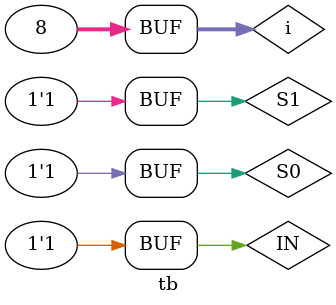
<source format=v>

module demux (output out1, out0, out2, out3,
              input in, s0, s1);
  
  assign out0 = in & (~s0) & (~s1);
  assign out1 = in & (~s0) & s1;
  assign out2 = in & (s0) & (~s1);
  assign out3 = in & (s0) & (s1);
  
endmodule


//testbench

module tb;
  wire OUT0, OUT1, OUT2, OUT3;
  reg IN, S0, S1;
  integer i;
  
  demux i1 (.in(IN), .s0(S0), .s1(S1), .out0(OUT0), .out1(OUT1), .out2(OUT2), .out3(OUT3));
  
  initial
    begin
      
      S0 <= 0;
      S1 <= 0;
      IN <= 0;
      
      $monitor ("in=%b, s0=%b, s1=%b, out0=%b, out1=%b, out2=%b, out3=%b", IN, S0, S1,  OUT0, OUT1, OUT2, OUT3);
      
      for(i=0; i<8; i=i+1)
        begin
          {IN,S0,S1} <= i;
          #10;
        end
      
    end
endmodule

</source>
